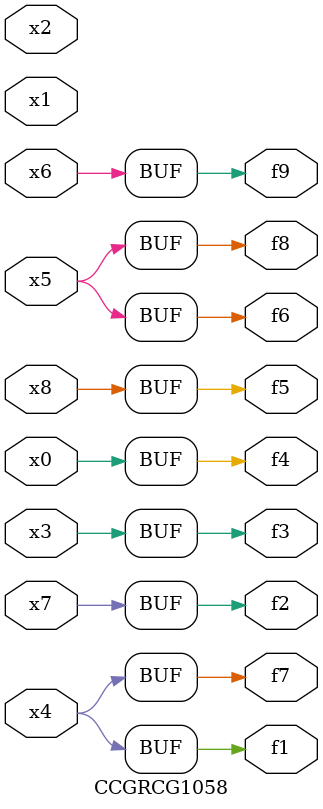
<source format=v>
module CCGRCG1058(
	input x0, x1, x2, x3, x4, x5, x6, x7, x8,
	output f1, f2, f3, f4, f5, f6, f7, f8, f9
);
	assign f1 = x4;
	assign f2 = x7;
	assign f3 = x3;
	assign f4 = x0;
	assign f5 = x8;
	assign f6 = x5;
	assign f7 = x4;
	assign f8 = x5;
	assign f9 = x6;
endmodule

</source>
